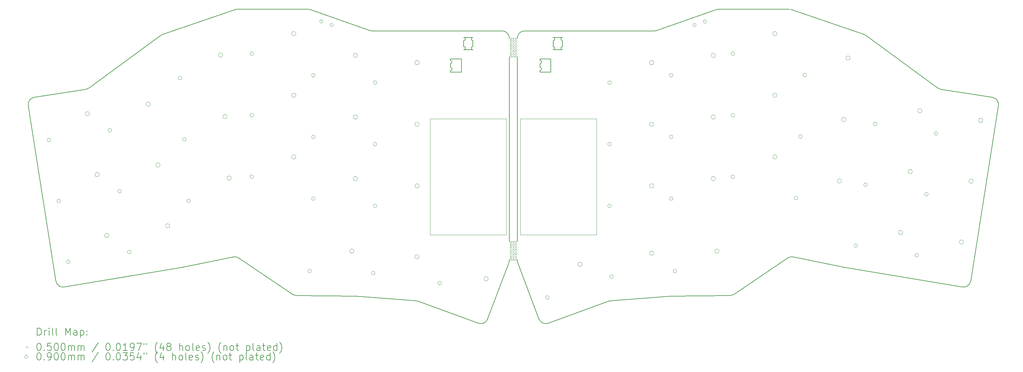
<source format=gbr>
%TF.GenerationSoftware,KiCad,Pcbnew,8.0.6*%
%TF.CreationDate,2025-07-27T16:03:55+02:00*%
%TF.ProjectId,combined,636f6d62-696e-4656-942e-6b696361645f,v1.0.0*%
%TF.SameCoordinates,Original*%
%TF.FileFunction,Drillmap*%
%TF.FilePolarity,Positive*%
%FSLAX45Y45*%
G04 Gerber Fmt 4.5, Leading zero omitted, Abs format (unit mm)*
G04 Created by KiCad (PCBNEW 8.0.6) date 2025-07-27 16:03:55*
%MOMM*%
%LPD*%
G01*
G04 APERTURE LIST*
%ADD10C,0.150000*%
%ADD11C,0.050000*%
%ADD12C,0.100000*%
%ADD13C,0.200000*%
G04 APERTURE END LIST*
D10*
X12187997Y-3905199D02*
X14189261Y-3221174D01*
X12134246Y-3933289D02*
G75*
G02*
X12187997Y-3905199I118494J-161271D01*
G01*
X10163063Y-5381898D02*
G75*
G02*
X10075913Y-5418276I-118463J161218D01*
G01*
X17954969Y-3810425D02*
X21544792Y-3810425D01*
X14138683Y-10046944D02*
G75*
G02*
X14290063Y-10077239I39487J-196046D01*
G01*
X27456744Y-3221908D02*
X25821356Y-3799104D01*
X10163063Y-5381898D02*
X12134246Y-3933289D01*
X33633847Y-5418356D02*
G75*
G02*
X33546699Y-5381978I31253J197446D01*
G01*
D11*
X21745000Y-4527500D02*
X21965000Y-4527500D01*
D10*
X16186451Y-3210425D02*
G75*
G02*
X16253015Y-3221828I-12J-200055D01*
G01*
X24537590Y-11256029D02*
X26187122Y-11126116D01*
X9473032Y-10877912D02*
G75*
G02*
X9242358Y-10711963I-33132J197242D01*
G01*
D11*
X21744792Y-4010342D02*
X21964968Y-4010425D01*
D10*
X21975251Y-10197696D02*
G75*
G02*
X21962457Y-10127236I187060J70356D01*
G01*
D11*
X24150590Y-6233177D02*
X24150589Y-9433177D01*
X22050590Y-9433177D01*
X22050589Y-6233177D01*
X24150590Y-6233177D01*
D10*
X21544792Y-3810425D02*
G75*
G02*
X21744795Y-4010342I8J-199995D01*
G01*
X21148326Y-11756875D02*
G75*
G02*
X20892714Y-11874434I-187206J70375D01*
G01*
X19172169Y-11255946D02*
G75*
G02*
X19224871Y-11267390I-15719J-199474D01*
G01*
X16253016Y-3221827D02*
X17888405Y-3799022D01*
X17954969Y-3810425D02*
G75*
G02*
X17888405Y-3799021I-9J199925D01*
G01*
X31521762Y-3905280D02*
G75*
G02*
X31575513Y-3933370I-64742J-189360D01*
G01*
X27938957Y-11076819D02*
G75*
G02*
X27828840Y-11111042I-111908J165809D01*
G01*
D11*
X21747302Y-10127154D02*
X21962459Y-10127236D01*
D10*
X29571077Y-10047026D02*
X30978688Y-10330508D01*
X34467402Y-10712043D02*
X35233636Y-5874232D01*
X26201048Y-11125507D02*
X27828840Y-11111041D01*
X21965000Y-4527500D02*
X21965000Y-9615001D01*
X22164969Y-3810506D02*
X25754792Y-3810507D01*
X29455814Y-3210507D02*
X27523308Y-3210508D01*
X12724724Y-10331598D02*
X9473032Y-10877912D01*
X22817046Y-11874517D02*
G75*
G02*
X22561438Y-11756956I-68406J187927D01*
G01*
X8642375Y-5645325D02*
X10075913Y-5418276D01*
X19172169Y-11255946D02*
X17522639Y-11126034D01*
X21734509Y-10197614D02*
X21148326Y-11756875D01*
X8476123Y-5874150D02*
G75*
G02*
X8642375Y-5645326I197547J31280D01*
G01*
X27938957Y-11076819D02*
X29419697Y-10077320D01*
X30985036Y-10331680D02*
X34236727Y-10877993D01*
X12731072Y-10330426D02*
G75*
G02*
X12724724Y-10331598I-39792J197606D01*
G01*
X24484889Y-11267472D02*
G75*
G02*
X24537590Y-11256029I68371J-187808D01*
G01*
X27456744Y-3221908D02*
G75*
G02*
X27523308Y-3210509I66556J-188592D01*
G01*
X17508713Y-11125424D02*
G75*
G02*
X17522639Y-11126034I-1733J-198766D01*
G01*
X14189261Y-3221174D02*
G75*
G02*
X14253946Y-3210425I64679J-189226D01*
G01*
X14253946Y-3210425D02*
X16186451Y-3210425D01*
X25821356Y-3799104D02*
G75*
G02*
X25754792Y-3810505I-66566J188634D01*
G01*
X21747302Y-10127154D02*
G75*
G02*
X21734511Y-10197615I-200102J-66D01*
G01*
X35067385Y-5645407D02*
G75*
G02*
X35233632Y-5874231I-31285J-197533D01*
G01*
D11*
X29455815Y-3210507D02*
G75*
G02*
X29520253Y-3221840I7655J-145333D01*
G01*
D10*
X30985036Y-10331680D02*
G75*
G02*
X30978688Y-10330508I33014J196520D01*
G01*
X34467402Y-10712043D02*
G75*
G02*
X34236727Y-10877997I-197532J31273D01*
G01*
D11*
X21745000Y-9615000D02*
X21965000Y-9615001D01*
D10*
X22817046Y-11874517D02*
X24484889Y-11267473D01*
X20892714Y-11874436D02*
X19224871Y-11267390D01*
X21964968Y-4010425D02*
G75*
G02*
X22164969Y-3810498I199972J-45D01*
G01*
X31521762Y-3905280D02*
X29520500Y-3221256D01*
X29419697Y-10077320D02*
G75*
G02*
X29571076Y-10047026I111893J-165760D01*
G01*
X21745000Y-4527500D02*
X21745000Y-9615000D01*
X9242358Y-10711963D02*
X8476123Y-5874150D01*
X15880920Y-11110960D02*
G75*
G02*
X15770802Y-11076739I1790J200040D01*
G01*
D11*
X21660014Y-6232669D02*
X21660014Y-9432669D01*
X19560014Y-9432669D01*
X19560014Y-6232669D01*
X21660014Y-6232669D01*
D10*
X15770803Y-11076738D02*
X14290063Y-10077239D01*
X35067385Y-5645407D02*
X33633847Y-5418356D01*
X14138683Y-10046944D02*
X12731072Y-10330426D01*
X26187122Y-11126116D02*
G75*
G02*
X26201048Y-11125507I15698J-199394D01*
G01*
X33546698Y-5381980D02*
X31575512Y-3933370D01*
X21975251Y-10197696D02*
X22561435Y-11756957D01*
X17508713Y-11125424D02*
X15880920Y-11110960D01*
D12*
X31617735Y-8052578D02*
G75*
G02*
X31517735Y-8052578I-50000J0D01*
G01*
X31517735Y-8052578D02*
G75*
G02*
X31617735Y-8052578I50000J0D01*
G01*
X32859493Y-7690813D02*
G75*
G02*
X32739493Y-7690813I-60000J0D01*
G01*
X32739493Y-7690813D02*
G75*
G02*
X32859493Y-7690813I60000J0D01*
G01*
X33030866Y-9997586D02*
G75*
G02*
X32930867Y-9997586I-50000J0D01*
G01*
X32930867Y-9997586D02*
G75*
G02*
X33030866Y-9997586I50000J0D01*
G01*
X34272624Y-9635821D02*
G75*
G02*
X34152624Y-9635821I-60000J0D01*
G01*
X34152624Y-9635821D02*
G75*
G02*
X34272624Y-9635821I60000J0D01*
G01*
X22844883Y-11164265D02*
G75*
G02*
X22744883Y-11164265I-50000J0D01*
G01*
X22744883Y-11164265D02*
G75*
G02*
X22844883Y-11164265I50000J0D01*
G01*
X23756815Y-10250691D02*
G75*
G02*
X23636816Y-10250691I-60000J0D01*
G01*
X23636816Y-10250691D02*
G75*
G02*
X23756815Y-10250691I60000J0D01*
G01*
X9367236Y-8499898D02*
G75*
G02*
X9267236Y-8499898I-50000J0D01*
G01*
X9267236Y-8499898D02*
G75*
G02*
X9367236Y-8499898I50000J0D01*
G01*
X10436916Y-7775205D02*
G75*
G02*
X10316916Y-7775205I-60000J0D01*
G01*
X10316916Y-7775205D02*
G75*
G02*
X10436916Y-7775205I60000J0D01*
G01*
X27959050Y-7835507D02*
G75*
G02*
X27859051Y-7835507I-50000J0D01*
G01*
X27859051Y-7835507D02*
G75*
G02*
X27959050Y-7835507I50000J0D01*
G01*
X29129050Y-7285506D02*
G75*
G02*
X29009049Y-7285506I-60001J0D01*
G01*
X29009049Y-7285506D02*
G75*
G02*
X29129050Y-7285506I60001J0D01*
G01*
X16390710Y-6735425D02*
G75*
G02*
X16290711Y-6735425I-50000J0D01*
G01*
X16290711Y-6735425D02*
G75*
G02*
X16390710Y-6735425I50000J0D01*
G01*
X17560710Y-6185425D02*
G75*
G02*
X17440709Y-6185425I-60001J0D01*
G01*
X17440709Y-6185425D02*
G75*
G02*
X17560710Y-6185425I60001J0D01*
G01*
X31883673Y-6373507D02*
G75*
G02*
X31783673Y-6373507I-50000J0D01*
G01*
X31783673Y-6373507D02*
G75*
G02*
X31883673Y-6373507I50000J0D01*
G01*
X33125430Y-6011742D02*
G75*
G02*
X33005430Y-6011742I-60000J0D01*
G01*
X33005430Y-6011742D02*
G75*
G02*
X33125430Y-6011742I60000J0D01*
G01*
X16290710Y-10435425D02*
G75*
G02*
X16190711Y-10435425I-50000J0D01*
G01*
X16190711Y-10435425D02*
G75*
G02*
X16290710Y-10435425I50000J0D01*
G01*
X17460711Y-9885424D02*
G75*
G02*
X17340709Y-9885424I-60001J0D01*
G01*
X17340709Y-9885424D02*
G75*
G02*
X17460711Y-9885424I60001J0D01*
G01*
X26259050Y-6735506D02*
G75*
G02*
X26159051Y-6735506I-50000J0D01*
G01*
X26159051Y-6735506D02*
G75*
G02*
X26259050Y-6735506I50000J0D01*
G01*
X27429050Y-6185506D02*
G75*
G02*
X27309049Y-6185506I-60001J0D01*
G01*
X27309049Y-6185506D02*
G75*
G02*
X27429050Y-6185506I60001J0D01*
G01*
X29702016Y-8418722D02*
G75*
G02*
X29602016Y-8418722I-50000J0D01*
G01*
X29602016Y-8418722D02*
G75*
G02*
X29702016Y-8418722I50000J0D01*
G01*
X30907557Y-7950979D02*
G75*
G02*
X30787557Y-7950979I-60000J0D01*
G01*
X30787557Y-7950979D02*
G75*
G02*
X30907557Y-7950979I60000J0D01*
G01*
X14690710Y-7835425D02*
G75*
G02*
X14590711Y-7835425I-50000J0D01*
G01*
X14590711Y-7835425D02*
G75*
G02*
X14690710Y-7835425I50000J0D01*
G01*
X15860710Y-7285425D02*
G75*
G02*
X15740709Y-7285425I-60001J0D01*
G01*
X15740709Y-7285425D02*
G75*
G02*
X15860710Y-7285425I60001J0D01*
G01*
X16390711Y-5035425D02*
G75*
G02*
X16290712Y-5035425I-50000J0D01*
G01*
X16290712Y-5035425D02*
G75*
G02*
X16390711Y-5035425I50000J0D01*
G01*
X17560711Y-4485425D02*
G75*
G02*
X17440710Y-4485425I-60001J0D01*
G01*
X17440710Y-4485425D02*
G75*
G02*
X17560711Y-4485425I60001J0D01*
G01*
X18090710Y-5235424D02*
G75*
G02*
X17990711Y-5235424I-50000J0D01*
G01*
X17990711Y-5235424D02*
G75*
G02*
X18090710Y-5235424I50000J0D01*
G01*
X19260710Y-4685423D02*
G75*
G02*
X19140709Y-4685423I-60001J0D01*
G01*
X19140709Y-4685423D02*
G75*
G02*
X19260710Y-4685423I60001J0D01*
G01*
X19874833Y-10767440D02*
G75*
G02*
X19774832Y-10767440I-50000J0D01*
G01*
X19774832Y-10767440D02*
G75*
G02*
X19874833Y-10767440I50000J0D01*
G01*
X21162987Y-10647352D02*
G75*
G02*
X21042987Y-10647352I-60000J0D01*
G01*
X21042987Y-10647352D02*
G75*
G02*
X21162987Y-10647352I60000J0D01*
G01*
X33296804Y-8318515D02*
G75*
G02*
X33196805Y-8318515I-50000J0D01*
G01*
X33196805Y-8318515D02*
G75*
G02*
X33296804Y-8318515I50000J0D01*
G01*
X34538562Y-7956751D02*
G75*
G02*
X34418562Y-7956751I-60000J0D01*
G01*
X34418562Y-7956751D02*
G75*
G02*
X34538562Y-7956751I60000J0D01*
G01*
X33562743Y-6639446D02*
G75*
G02*
X33462743Y-6639446I-50000J0D01*
G01*
X33462743Y-6639446D02*
G75*
G02*
X33562743Y-6639446I50000J0D01*
G01*
X34804501Y-6277681D02*
G75*
G02*
X34684501Y-6277681I-60000J0D01*
G01*
X34684501Y-6277681D02*
G75*
G02*
X34804501Y-6277681I60000J0D01*
G01*
X12831983Y-6803699D02*
G75*
G02*
X12731983Y-6803699I-50000J0D01*
G01*
X12731983Y-6803699D02*
G75*
G02*
X12831983Y-6803699I50000J0D01*
G01*
X13960791Y-6174121D02*
G75*
G02*
X13840791Y-6174121I-60000J0D01*
G01*
X13840791Y-6174121D02*
G75*
G02*
X13960791Y-6174121I60000J0D01*
G01*
X9633175Y-10178968D02*
G75*
G02*
X9533175Y-10178968I-50000J0D01*
G01*
X9533175Y-10178968D02*
G75*
G02*
X9633175Y-10178968I50000J0D01*
G01*
X10702855Y-9454276D02*
G75*
G02*
X10582856Y-9454276I-60000J0D01*
G01*
X10582856Y-9454276D02*
G75*
G02*
X10702855Y-9454276I60000J0D01*
G01*
X31351797Y-9731648D02*
G75*
G02*
X31251797Y-9731648I-50000J0D01*
G01*
X31251797Y-9731648D02*
G75*
G02*
X31351797Y-9731648I50000J0D01*
G01*
X32593554Y-9369883D02*
G75*
G02*
X32473554Y-9369883I-60000J0D01*
G01*
X32473554Y-9369883D02*
G75*
G02*
X32593554Y-9369883I60000J0D01*
G01*
X27959051Y-6135507D02*
G75*
G02*
X27859052Y-6135507I-50000J0D01*
G01*
X27859052Y-6135507D02*
G75*
G02*
X27959051Y-6135507I50000J0D01*
G01*
X29129051Y-5585507D02*
G75*
G02*
X29009050Y-5585507I-60001J0D01*
G01*
X29009050Y-5585507D02*
G75*
G02*
X29129051Y-5585507I60001J0D01*
G01*
X26359050Y-10435507D02*
G75*
G02*
X26259051Y-10435507I-50000J0D01*
G01*
X26259051Y-10435507D02*
G75*
G02*
X26359050Y-10435507I50000J0D01*
G01*
X27529050Y-9885507D02*
G75*
G02*
X27409049Y-9885507I-60001J0D01*
G01*
X27409049Y-9885507D02*
G75*
G02*
X27529050Y-9885507I60001J0D01*
G01*
X24559050Y-5235507D02*
G75*
G02*
X24459050Y-5235507I-50000J0D01*
G01*
X24459050Y-5235507D02*
G75*
G02*
X24559050Y-5235507I50000J0D01*
G01*
X25729050Y-4685506D02*
G75*
G02*
X25609049Y-4685506I-60001J0D01*
G01*
X25609049Y-4685506D02*
G75*
G02*
X25729050Y-4685506I60001J0D01*
G01*
X12950568Y-8499557D02*
G75*
G02*
X12850569Y-8499557I-50000J0D01*
G01*
X12850569Y-8499557D02*
G75*
G02*
X12950568Y-8499557I50000J0D01*
G01*
X14079376Y-7869979D02*
G75*
G02*
X13959376Y-7869979I-60000J0D01*
G01*
X13959376Y-7869979D02*
G75*
G02*
X14079376Y-7869979I60000J0D01*
G01*
X18090711Y-6935425D02*
G75*
G02*
X17990711Y-6935425I-50000J0D01*
G01*
X17990711Y-6935425D02*
G75*
G02*
X18090711Y-6935425I50000J0D01*
G01*
X19260711Y-6385425D02*
G75*
G02*
X19140710Y-6385425I-60001J0D01*
G01*
X19140710Y-6385425D02*
G75*
G02*
X19260711Y-6385425I60001J0D01*
G01*
X14690710Y-6135424D02*
G75*
G02*
X14590711Y-6135424I-50000J0D01*
G01*
X14590711Y-6135424D02*
G75*
G02*
X14690710Y-6135424I50000J0D01*
G01*
X15860710Y-5585424D02*
G75*
G02*
X15740709Y-5585424I-60001J0D01*
G01*
X15740709Y-5585424D02*
G75*
G02*
X15860710Y-5585424I60001J0D01*
G01*
X11312245Y-9913030D02*
G75*
G02*
X11212245Y-9913030I-50000J0D01*
G01*
X11212245Y-9913030D02*
G75*
G02*
X11312245Y-9913030I50000J0D01*
G01*
X12381925Y-9188337D02*
G75*
G02*
X12261926Y-9188337I-60000J0D01*
G01*
X12261926Y-9188337D02*
G75*
G02*
X12381925Y-9188337I60000J0D01*
G01*
D10*
X20120710Y-4950425D02*
X20120710Y-4904076D01*
X20120710Y-4623575D02*
X20120710Y-4580425D01*
X20120710Y-4814075D02*
X20120710Y-4713576D01*
X20120710Y-4580425D02*
X20420711Y-4580425D01*
X20420710Y-4950425D02*
X20120710Y-4950425D01*
X20420711Y-4580425D02*
X20420710Y-4950425D01*
X20488210Y-3988575D02*
X20742210Y-3988576D01*
X20488210Y-4242575D02*
X20488210Y-4078575D01*
X20742210Y-4332575D02*
X20488210Y-4332575D01*
X20742210Y-4078576D02*
X20742210Y-4242575D01*
X20120710Y-4623575D02*
G75*
G02*
X20120710Y-4713576I-1J-45000D01*
G01*
X20120710Y-4814075D02*
G75*
G02*
X20120710Y-4904076I-3J-45000D01*
G01*
X20488210Y-3988575D02*
G75*
G02*
X20488210Y-4078575I0J-45000D01*
G01*
X20488210Y-4242575D02*
G75*
G02*
X20488210Y-4332575I0J-45000D01*
G01*
X20742210Y-4332575D02*
G75*
G02*
X20742210Y-4242575I0J45000D01*
G01*
X20742210Y-4078576D02*
G75*
G02*
X20742210Y-3988576I0J45000D01*
G01*
D12*
X29939189Y-5027005D02*
G75*
G02*
X29839189Y-5027005I-50000J0D01*
G01*
X29839189Y-5027005D02*
G75*
G02*
X29939189Y-5027005I50000J0D01*
G01*
X31144729Y-4559262D02*
G75*
G02*
X31024729Y-4559262I-60000J0D01*
G01*
X31024729Y-4559262D02*
G75*
G02*
X31144729Y-4559262I60000J0D01*
G01*
X24559050Y-8635506D02*
G75*
G02*
X24459051Y-8635506I-50000J0D01*
G01*
X24459051Y-8635506D02*
G75*
G02*
X24559050Y-8635506I50000J0D01*
G01*
X25729050Y-8085506D02*
G75*
G02*
X25609049Y-8085506I-60001J0D01*
G01*
X25609049Y-8085506D02*
G75*
G02*
X25729050Y-8085506I60001J0D01*
G01*
X16390710Y-8435425D02*
G75*
G02*
X16290710Y-8435425I-50000J0D01*
G01*
X16290710Y-8435425D02*
G75*
G02*
X16390710Y-8435425I50000J0D01*
G01*
X17560710Y-7885424D02*
G75*
G02*
X17440709Y-7885424I-60001J0D01*
G01*
X17440709Y-7885424D02*
G75*
G02*
X17560710Y-7885424I60001J0D01*
G01*
X18042918Y-10489660D02*
G75*
G02*
X17942918Y-10489660I-50000J0D01*
G01*
X17942918Y-10489660D02*
G75*
G02*
X18042918Y-10489660I50000J0D01*
G01*
X19256439Y-10042853D02*
G75*
G02*
X19136440Y-10042853I-60000J0D01*
G01*
X19136440Y-10042853D02*
G75*
G02*
X19256439Y-10042853I60000J0D01*
G01*
X14690710Y-4435426D02*
G75*
G02*
X14590711Y-4435426I-50000J0D01*
G01*
X14590711Y-4435426D02*
G75*
G02*
X14690710Y-4435426I50000J0D01*
G01*
X15860710Y-3885425D02*
G75*
G02*
X15740709Y-3885425I-60001J0D01*
G01*
X15740709Y-3885425D02*
G75*
G02*
X15860710Y-3885425I60001J0D01*
G01*
X29820603Y-6722863D02*
G75*
G02*
X29720603Y-6722863I-50000J0D01*
G01*
X29720603Y-6722863D02*
G75*
G02*
X29820603Y-6722863I50000J0D01*
G01*
X31026143Y-6255120D02*
G75*
G02*
X30906144Y-6255120I-60000J0D01*
G01*
X30906144Y-6255120D02*
G75*
G02*
X31026143Y-6255120I60000J0D01*
G01*
X12713397Y-5107840D02*
G75*
G02*
X12613397Y-5107840I-50000J0D01*
G01*
X12613397Y-5107840D02*
G75*
G02*
X12713397Y-5107840I50000J0D01*
G01*
X13842205Y-4478262D02*
G75*
G02*
X13722205Y-4478262I-60000J0D01*
G01*
X13722205Y-4478262D02*
G75*
G02*
X13842205Y-4478262I60000J0D01*
G01*
X10780367Y-6554889D02*
G75*
G02*
X10680367Y-6554889I-50000J0D01*
G01*
X10680367Y-6554889D02*
G75*
G02*
X10780367Y-6554889I50000J0D01*
G01*
X11850047Y-5830196D02*
G75*
G02*
X11730048Y-5830196I-60000J0D01*
G01*
X11730048Y-5830196D02*
G75*
G02*
X11850047Y-5830196I60000J0D01*
G01*
X9101298Y-6820827D02*
G75*
G02*
X9001298Y-6820827I-50000J0D01*
G01*
X9001298Y-6820827D02*
G75*
G02*
X9101298Y-6820827I50000J0D01*
G01*
X10170978Y-6096135D02*
G75*
G02*
X10050979Y-6096135I-60000J0D01*
G01*
X10050979Y-6096135D02*
G75*
G02*
X10170978Y-6096135I60000J0D01*
G01*
D10*
X22589049Y-4580506D02*
X22889050Y-4580506D01*
X22589049Y-4623657D02*
X22589049Y-4580506D01*
X22589050Y-4950506D02*
X22589049Y-4904157D01*
X22589050Y-4814157D02*
X22589050Y-4713657D01*
X22889050Y-4580506D02*
X22889050Y-4950506D01*
X22889050Y-4950506D02*
X22589050Y-4950506D01*
X22956550Y-3988656D02*
X23210550Y-3988657D01*
X22956550Y-4242656D02*
X22956550Y-4078656D01*
X23210549Y-4332656D02*
X22956549Y-4332656D01*
X23210550Y-4078657D02*
X23210549Y-4242657D01*
X22589049Y-4623657D02*
G75*
G02*
X22589050Y-4713657I0J-45000D01*
G01*
X22589050Y-4814157D02*
G75*
G02*
X22589049Y-4904157I-4J-45000D01*
G01*
X22956550Y-3988656D02*
G75*
G02*
X22956550Y-4078656I-1J-45000D01*
G01*
X22956550Y-4242656D02*
G75*
G02*
X22956549Y-4332656I-1J-45000D01*
G01*
X23210549Y-4332656D02*
G75*
G02*
X23210549Y-4242657I1J45000D01*
G01*
X23210550Y-4078657D02*
G75*
G02*
X23210550Y-3988657I1J45000D01*
G01*
D12*
X27959050Y-4435507D02*
G75*
G02*
X27859051Y-4435507I-50000J0D01*
G01*
X27859051Y-4435507D02*
G75*
G02*
X27959050Y-4435507I50000J0D01*
G01*
X29129050Y-3885507D02*
G75*
G02*
X29009049Y-3885507I-60001J0D01*
G01*
X29009049Y-3885507D02*
G75*
G02*
X29129050Y-3885507I60001J0D01*
G01*
X26259050Y-5035507D02*
G75*
G02*
X26159051Y-5035507I-50000J0D01*
G01*
X26159051Y-5035507D02*
G75*
G02*
X26259050Y-5035507I50000J0D01*
G01*
X27429051Y-4485506D02*
G75*
G02*
X27309049Y-4485506I-60001J0D01*
G01*
X27309049Y-4485506D02*
G75*
G02*
X27429051Y-4485506I60001J0D01*
G01*
X24559050Y-6935507D02*
G75*
G02*
X24459051Y-6935507I-50000J0D01*
G01*
X24459051Y-6935507D02*
G75*
G02*
X24559050Y-6935507I50000J0D01*
G01*
X25729051Y-6385507D02*
G75*
G02*
X25609049Y-6385507I-60001J0D01*
G01*
X25609049Y-6385507D02*
G75*
G02*
X25729051Y-6385507I60001J0D01*
G01*
X26259050Y-8435506D02*
G75*
G02*
X26159051Y-8435506I-50000J0D01*
G01*
X26159051Y-8435506D02*
G75*
G02*
X26259050Y-8435506I50000J0D01*
G01*
X27429050Y-7885506D02*
G75*
G02*
X27309049Y-7885506I-60001J0D01*
G01*
X27309049Y-7885506D02*
G75*
G02*
X27429050Y-7885506I60001J0D01*
G01*
X11046306Y-8233959D02*
G75*
G02*
X10946306Y-8233959I-50000J0D01*
G01*
X10946306Y-8233959D02*
G75*
G02*
X11046306Y-8233959I50000J0D01*
G01*
X12115986Y-7509266D02*
G75*
G02*
X11995986Y-7509266I-60000J0D01*
G01*
X11995986Y-7509266D02*
G75*
G02*
X12115986Y-7509266I60000J0D01*
G01*
X18090710Y-8635425D02*
G75*
G02*
X17990711Y-8635425I-50000J0D01*
G01*
X17990711Y-8635425D02*
G75*
G02*
X18090710Y-8635425I50000J0D01*
G01*
X19260710Y-8085424D02*
G75*
G02*
X19140709Y-8085424I-60001J0D01*
G01*
X19140709Y-8085424D02*
G75*
G02*
X19260710Y-8085424I60001J0D01*
G01*
X24611256Y-10590843D02*
G75*
G02*
X24511256Y-10590843I-50000J0D01*
G01*
X24511256Y-10590843D02*
G75*
G02*
X24611256Y-10590843I50000J0D01*
G01*
X25728906Y-9941835D02*
G75*
G02*
X25608907Y-9941835I-60000J0D01*
G01*
X25608907Y-9941835D02*
G75*
G02*
X25728906Y-9941835I60000J0D01*
G01*
D13*
D12*
X21758968Y-4085425D02*
X21808968Y-4135425D01*
X21808968Y-4085425D02*
X21758968Y-4135425D01*
X21758968Y-10065425D02*
X21808968Y-10115425D01*
X21808968Y-10065425D02*
X21758968Y-10115425D01*
X21758968Y-4025425D02*
X21808968Y-4075425D01*
X21808968Y-4025425D02*
X21758968Y-4075425D01*
X21758968Y-10005425D02*
X21808968Y-10055425D01*
X21808968Y-10005425D02*
X21758968Y-10055425D01*
X21758999Y-4335001D02*
X21808999Y-4385001D01*
X21808999Y-4335001D02*
X21758999Y-4385001D01*
X21759000Y-4457500D02*
X21809000Y-4507500D01*
X21809000Y-4457500D02*
X21759000Y-4507500D01*
X21759000Y-4397500D02*
X21809000Y-4447500D01*
X21809000Y-4397500D02*
X21759000Y-4447500D01*
X21759000Y-9690000D02*
X21809000Y-9740000D01*
X21809000Y-9690000D02*
X21759000Y-9740000D01*
X21759000Y-9940001D02*
X21809000Y-9990001D01*
X21809000Y-9940001D02*
X21759000Y-9990001D01*
X21759000Y-4275000D02*
X21809000Y-4325000D01*
X21809000Y-4275000D02*
X21759000Y-4325000D01*
X21759000Y-9812500D02*
X21809000Y-9862500D01*
X21809000Y-9812500D02*
X21759000Y-9862500D01*
X21759000Y-9630001D02*
X21809000Y-9680001D01*
X21809000Y-9630001D02*
X21759000Y-9680001D01*
X21759000Y-4210000D02*
X21809000Y-4260000D01*
X21809000Y-4210000D02*
X21759000Y-4260000D01*
X21759000Y-9752500D02*
X21809000Y-9802500D01*
X21809000Y-9752500D02*
X21759000Y-9802500D01*
X21759000Y-4150000D02*
X21809000Y-4200000D01*
X21809000Y-4150000D02*
X21759000Y-4200000D01*
X21759001Y-9880000D02*
X21809001Y-9930000D01*
X21809001Y-9880000D02*
X21759001Y-9930000D01*
X21829968Y-4085425D02*
X21879968Y-4135425D01*
X21879968Y-4085425D02*
X21829968Y-4135425D01*
X21829968Y-10065425D02*
X21879968Y-10115425D01*
X21879968Y-10065425D02*
X21829968Y-10115425D01*
X21829968Y-4025425D02*
X21879968Y-4075425D01*
X21879968Y-4025425D02*
X21829968Y-4075425D01*
X21829969Y-10005425D02*
X21879969Y-10055425D01*
X21879969Y-10005425D02*
X21829969Y-10055425D01*
X21830000Y-4335000D02*
X21880000Y-4385000D01*
X21880000Y-4335000D02*
X21830000Y-4385000D01*
X21830000Y-4397500D02*
X21880000Y-4447500D01*
X21880000Y-4397500D02*
X21830000Y-4447500D01*
X21830000Y-4457500D02*
X21880000Y-4507500D01*
X21880000Y-4457500D02*
X21830000Y-4507500D01*
X21830000Y-9630000D02*
X21880000Y-9680000D01*
X21880000Y-9630000D02*
X21830000Y-9680000D01*
X21830000Y-9690000D02*
X21880000Y-9740000D01*
X21880000Y-9690000D02*
X21830000Y-9740000D01*
X21830000Y-9752500D02*
X21880000Y-9802500D01*
X21880000Y-9752500D02*
X21830000Y-9802500D01*
X21830000Y-9812500D02*
X21880000Y-9862500D01*
X21880000Y-9812500D02*
X21830000Y-9862500D01*
X21830000Y-9940001D02*
X21880000Y-9990001D01*
X21880000Y-9940001D02*
X21830000Y-9990001D01*
X21830000Y-4275000D02*
X21880000Y-4325000D01*
X21880000Y-4275000D02*
X21830000Y-4325000D01*
X21830000Y-4150000D02*
X21880000Y-4200000D01*
X21880000Y-4150000D02*
X21830000Y-4200000D01*
X21830000Y-4210000D02*
X21880000Y-4260000D01*
X21880000Y-4210000D02*
X21830000Y-4260000D01*
X21830001Y-9880000D02*
X21880001Y-9930000D01*
X21880001Y-9880000D02*
X21830001Y-9930000D01*
X21899968Y-4085425D02*
X21949968Y-4135425D01*
X21949968Y-4085425D02*
X21899968Y-4135425D01*
X21899968Y-10065425D02*
X21949968Y-10115425D01*
X21949968Y-10065425D02*
X21899968Y-10115425D01*
X21900000Y-4335000D02*
X21950000Y-4385000D01*
X21950000Y-4335000D02*
X21900000Y-4385000D01*
X21900000Y-4457500D02*
X21950000Y-4507500D01*
X21950000Y-4457500D02*
X21900000Y-4507500D01*
X21900000Y-9690000D02*
X21950000Y-9740000D01*
X21950000Y-9690000D02*
X21900000Y-9740000D01*
X21900000Y-9812500D02*
X21950000Y-9862500D01*
X21950000Y-9812500D02*
X21900000Y-9862500D01*
X21900000Y-9940000D02*
X21950000Y-9990000D01*
X21950000Y-9940000D02*
X21900000Y-9990000D01*
X21900000Y-4210000D02*
X21950000Y-4260000D01*
X21950000Y-4210000D02*
X21900000Y-4260000D01*
X21900969Y-4025424D02*
X21950969Y-4075424D01*
X21950969Y-4025424D02*
X21900969Y-4075424D01*
X21900969Y-10005424D02*
X21950969Y-10055424D01*
X21950969Y-10005424D02*
X21900969Y-10055424D01*
X21901000Y-4397500D02*
X21951000Y-4447500D01*
X21951000Y-4397500D02*
X21901000Y-4447500D01*
X21901000Y-9630001D02*
X21951000Y-9680001D01*
X21951000Y-9630001D02*
X21901000Y-9680001D01*
X21901000Y-9752500D02*
X21951000Y-9802500D01*
X21951000Y-9752500D02*
X21901000Y-9802500D01*
X21901000Y-4150000D02*
X21951000Y-4200000D01*
X21951000Y-4150000D02*
X21901000Y-4200000D01*
X21901000Y-4275000D02*
X21951000Y-4325000D01*
X21951000Y-4275000D02*
X21901000Y-4325000D01*
X21901001Y-9880000D02*
X21951001Y-9930000D01*
X21951001Y-9880000D02*
X21901001Y-9930000D01*
X16603999Y-3551471D02*
G75*
G02*
X16513999Y-3551471I-45000J0D01*
G01*
X16513999Y-3551471D02*
G75*
G02*
X16603999Y-3551471I45000J0D01*
G01*
X16887655Y-3649140D02*
G75*
G02*
X16797655Y-3649140I-45000J0D01*
G01*
X16797655Y-3649140D02*
G75*
G02*
X16887655Y-3649140I45000J0D01*
G01*
X26896933Y-3650847D02*
G75*
G02*
X26806933Y-3650847I-45000J0D01*
G01*
X26806933Y-3650847D02*
G75*
G02*
X26896933Y-3650847I45000J0D01*
G01*
X27180590Y-3553177D02*
G75*
G02*
X27090590Y-3553177I-45000J0D01*
G01*
X27090590Y-3553177D02*
G75*
G02*
X27180590Y-3553177I45000J0D01*
G01*
D13*
X8726939Y-12205564D02*
X8726939Y-12005564D01*
X8726939Y-12005564D02*
X8774558Y-12005564D01*
X8774558Y-12005564D02*
X8803129Y-12015088D01*
X8803129Y-12015088D02*
X8822177Y-12034135D01*
X8822177Y-12034135D02*
X8831701Y-12053183D01*
X8831701Y-12053183D02*
X8841225Y-12091278D01*
X8841225Y-12091278D02*
X8841225Y-12119850D01*
X8841225Y-12119850D02*
X8831701Y-12157945D01*
X8831701Y-12157945D02*
X8822177Y-12176992D01*
X8822177Y-12176992D02*
X8803129Y-12196040D01*
X8803129Y-12196040D02*
X8774558Y-12205564D01*
X8774558Y-12205564D02*
X8726939Y-12205564D01*
X8926939Y-12205564D02*
X8926939Y-12072230D01*
X8926939Y-12110326D02*
X8936463Y-12091278D01*
X8936463Y-12091278D02*
X8945987Y-12081754D01*
X8945987Y-12081754D02*
X8965034Y-12072230D01*
X8965034Y-12072230D02*
X8984082Y-12072230D01*
X9050748Y-12205564D02*
X9050748Y-12072230D01*
X9050748Y-12005564D02*
X9041225Y-12015088D01*
X9041225Y-12015088D02*
X9050748Y-12024611D01*
X9050748Y-12024611D02*
X9060272Y-12015088D01*
X9060272Y-12015088D02*
X9050748Y-12005564D01*
X9050748Y-12005564D02*
X9050748Y-12024611D01*
X9174558Y-12205564D02*
X9155510Y-12196040D01*
X9155510Y-12196040D02*
X9145987Y-12176992D01*
X9145987Y-12176992D02*
X9145987Y-12005564D01*
X9279320Y-12205564D02*
X9260272Y-12196040D01*
X9260272Y-12196040D02*
X9250748Y-12176992D01*
X9250748Y-12176992D02*
X9250748Y-12005564D01*
X9507891Y-12205564D02*
X9507891Y-12005564D01*
X9507891Y-12005564D02*
X9574558Y-12148421D01*
X9574558Y-12148421D02*
X9641225Y-12005564D01*
X9641225Y-12005564D02*
X9641225Y-12205564D01*
X9822177Y-12205564D02*
X9822177Y-12100802D01*
X9822177Y-12100802D02*
X9812653Y-12081754D01*
X9812653Y-12081754D02*
X9793606Y-12072230D01*
X9793606Y-12072230D02*
X9755510Y-12072230D01*
X9755510Y-12072230D02*
X9736463Y-12081754D01*
X9822177Y-12196040D02*
X9803129Y-12205564D01*
X9803129Y-12205564D02*
X9755510Y-12205564D01*
X9755510Y-12205564D02*
X9736463Y-12196040D01*
X9736463Y-12196040D02*
X9726939Y-12176992D01*
X9726939Y-12176992D02*
X9726939Y-12157945D01*
X9726939Y-12157945D02*
X9736463Y-12138897D01*
X9736463Y-12138897D02*
X9755510Y-12129373D01*
X9755510Y-12129373D02*
X9803129Y-12129373D01*
X9803129Y-12129373D02*
X9822177Y-12119850D01*
X9917415Y-12072230D02*
X9917415Y-12272230D01*
X9917415Y-12081754D02*
X9936463Y-12072230D01*
X9936463Y-12072230D02*
X9974558Y-12072230D01*
X9974558Y-12072230D02*
X9993606Y-12081754D01*
X9993606Y-12081754D02*
X10003129Y-12091278D01*
X10003129Y-12091278D02*
X10012653Y-12110326D01*
X10012653Y-12110326D02*
X10012653Y-12167469D01*
X10012653Y-12167469D02*
X10003129Y-12186516D01*
X10003129Y-12186516D02*
X9993606Y-12196040D01*
X9993606Y-12196040D02*
X9974558Y-12205564D01*
X9974558Y-12205564D02*
X9936463Y-12205564D01*
X9936463Y-12205564D02*
X9917415Y-12196040D01*
X10098368Y-12186516D02*
X10107891Y-12196040D01*
X10107891Y-12196040D02*
X10098368Y-12205564D01*
X10098368Y-12205564D02*
X10088844Y-12196040D01*
X10088844Y-12196040D02*
X10098368Y-12186516D01*
X10098368Y-12186516D02*
X10098368Y-12205564D01*
X10098368Y-12081754D02*
X10107891Y-12091278D01*
X10107891Y-12091278D02*
X10098368Y-12100802D01*
X10098368Y-12100802D02*
X10088844Y-12091278D01*
X10088844Y-12091278D02*
X10098368Y-12081754D01*
X10098368Y-12081754D02*
X10098368Y-12100802D01*
D12*
X8416162Y-12509080D02*
X8466162Y-12559080D01*
X8466162Y-12509080D02*
X8416162Y-12559080D01*
D13*
X8765034Y-12425564D02*
X8784082Y-12425564D01*
X8784082Y-12425564D02*
X8803129Y-12435088D01*
X8803129Y-12435088D02*
X8812653Y-12444611D01*
X8812653Y-12444611D02*
X8822177Y-12463659D01*
X8822177Y-12463659D02*
X8831701Y-12501754D01*
X8831701Y-12501754D02*
X8831701Y-12549373D01*
X8831701Y-12549373D02*
X8822177Y-12587469D01*
X8822177Y-12587469D02*
X8812653Y-12606516D01*
X8812653Y-12606516D02*
X8803129Y-12616040D01*
X8803129Y-12616040D02*
X8784082Y-12625564D01*
X8784082Y-12625564D02*
X8765034Y-12625564D01*
X8765034Y-12625564D02*
X8745987Y-12616040D01*
X8745987Y-12616040D02*
X8736463Y-12606516D01*
X8736463Y-12606516D02*
X8726939Y-12587469D01*
X8726939Y-12587469D02*
X8717415Y-12549373D01*
X8717415Y-12549373D02*
X8717415Y-12501754D01*
X8717415Y-12501754D02*
X8726939Y-12463659D01*
X8726939Y-12463659D02*
X8736463Y-12444611D01*
X8736463Y-12444611D02*
X8745987Y-12435088D01*
X8745987Y-12435088D02*
X8765034Y-12425564D01*
X8917415Y-12606516D02*
X8926939Y-12616040D01*
X8926939Y-12616040D02*
X8917415Y-12625564D01*
X8917415Y-12625564D02*
X8907891Y-12616040D01*
X8907891Y-12616040D02*
X8917415Y-12606516D01*
X8917415Y-12606516D02*
X8917415Y-12625564D01*
X9107891Y-12425564D02*
X9012653Y-12425564D01*
X9012653Y-12425564D02*
X9003129Y-12520802D01*
X9003129Y-12520802D02*
X9012653Y-12511278D01*
X9012653Y-12511278D02*
X9031701Y-12501754D01*
X9031701Y-12501754D02*
X9079320Y-12501754D01*
X9079320Y-12501754D02*
X9098368Y-12511278D01*
X9098368Y-12511278D02*
X9107891Y-12520802D01*
X9107891Y-12520802D02*
X9117415Y-12539850D01*
X9117415Y-12539850D02*
X9117415Y-12587469D01*
X9117415Y-12587469D02*
X9107891Y-12606516D01*
X9107891Y-12606516D02*
X9098368Y-12616040D01*
X9098368Y-12616040D02*
X9079320Y-12625564D01*
X9079320Y-12625564D02*
X9031701Y-12625564D01*
X9031701Y-12625564D02*
X9012653Y-12616040D01*
X9012653Y-12616040D02*
X9003129Y-12606516D01*
X9241225Y-12425564D02*
X9260272Y-12425564D01*
X9260272Y-12425564D02*
X9279320Y-12435088D01*
X9279320Y-12435088D02*
X9288844Y-12444611D01*
X9288844Y-12444611D02*
X9298368Y-12463659D01*
X9298368Y-12463659D02*
X9307891Y-12501754D01*
X9307891Y-12501754D02*
X9307891Y-12549373D01*
X9307891Y-12549373D02*
X9298368Y-12587469D01*
X9298368Y-12587469D02*
X9288844Y-12606516D01*
X9288844Y-12606516D02*
X9279320Y-12616040D01*
X9279320Y-12616040D02*
X9260272Y-12625564D01*
X9260272Y-12625564D02*
X9241225Y-12625564D01*
X9241225Y-12625564D02*
X9222177Y-12616040D01*
X9222177Y-12616040D02*
X9212653Y-12606516D01*
X9212653Y-12606516D02*
X9203129Y-12587469D01*
X9203129Y-12587469D02*
X9193606Y-12549373D01*
X9193606Y-12549373D02*
X9193606Y-12501754D01*
X9193606Y-12501754D02*
X9203129Y-12463659D01*
X9203129Y-12463659D02*
X9212653Y-12444611D01*
X9212653Y-12444611D02*
X9222177Y-12435088D01*
X9222177Y-12435088D02*
X9241225Y-12425564D01*
X9431701Y-12425564D02*
X9450749Y-12425564D01*
X9450749Y-12425564D02*
X9469796Y-12435088D01*
X9469796Y-12435088D02*
X9479320Y-12444611D01*
X9479320Y-12444611D02*
X9488844Y-12463659D01*
X9488844Y-12463659D02*
X9498368Y-12501754D01*
X9498368Y-12501754D02*
X9498368Y-12549373D01*
X9498368Y-12549373D02*
X9488844Y-12587469D01*
X9488844Y-12587469D02*
X9479320Y-12606516D01*
X9479320Y-12606516D02*
X9469796Y-12616040D01*
X9469796Y-12616040D02*
X9450749Y-12625564D01*
X9450749Y-12625564D02*
X9431701Y-12625564D01*
X9431701Y-12625564D02*
X9412653Y-12616040D01*
X9412653Y-12616040D02*
X9403129Y-12606516D01*
X9403129Y-12606516D02*
X9393606Y-12587469D01*
X9393606Y-12587469D02*
X9384082Y-12549373D01*
X9384082Y-12549373D02*
X9384082Y-12501754D01*
X9384082Y-12501754D02*
X9393606Y-12463659D01*
X9393606Y-12463659D02*
X9403129Y-12444611D01*
X9403129Y-12444611D02*
X9412653Y-12435088D01*
X9412653Y-12435088D02*
X9431701Y-12425564D01*
X9584082Y-12625564D02*
X9584082Y-12492230D01*
X9584082Y-12511278D02*
X9593606Y-12501754D01*
X9593606Y-12501754D02*
X9612653Y-12492230D01*
X9612653Y-12492230D02*
X9641225Y-12492230D01*
X9641225Y-12492230D02*
X9660272Y-12501754D01*
X9660272Y-12501754D02*
X9669796Y-12520802D01*
X9669796Y-12520802D02*
X9669796Y-12625564D01*
X9669796Y-12520802D02*
X9679320Y-12501754D01*
X9679320Y-12501754D02*
X9698368Y-12492230D01*
X9698368Y-12492230D02*
X9726939Y-12492230D01*
X9726939Y-12492230D02*
X9745987Y-12501754D01*
X9745987Y-12501754D02*
X9755510Y-12520802D01*
X9755510Y-12520802D02*
X9755510Y-12625564D01*
X9850749Y-12625564D02*
X9850749Y-12492230D01*
X9850749Y-12511278D02*
X9860272Y-12501754D01*
X9860272Y-12501754D02*
X9879320Y-12492230D01*
X9879320Y-12492230D02*
X9907891Y-12492230D01*
X9907891Y-12492230D02*
X9926939Y-12501754D01*
X9926939Y-12501754D02*
X9936463Y-12520802D01*
X9936463Y-12520802D02*
X9936463Y-12625564D01*
X9936463Y-12520802D02*
X9945987Y-12501754D01*
X9945987Y-12501754D02*
X9965034Y-12492230D01*
X9965034Y-12492230D02*
X9993606Y-12492230D01*
X9993606Y-12492230D02*
X10012653Y-12501754D01*
X10012653Y-12501754D02*
X10022177Y-12520802D01*
X10022177Y-12520802D02*
X10022177Y-12625564D01*
X10412653Y-12416040D02*
X10241225Y-12673183D01*
X10669796Y-12425564D02*
X10688844Y-12425564D01*
X10688844Y-12425564D02*
X10707892Y-12435088D01*
X10707892Y-12435088D02*
X10717415Y-12444611D01*
X10717415Y-12444611D02*
X10726939Y-12463659D01*
X10726939Y-12463659D02*
X10736463Y-12501754D01*
X10736463Y-12501754D02*
X10736463Y-12549373D01*
X10736463Y-12549373D02*
X10726939Y-12587469D01*
X10726939Y-12587469D02*
X10717415Y-12606516D01*
X10717415Y-12606516D02*
X10707892Y-12616040D01*
X10707892Y-12616040D02*
X10688844Y-12625564D01*
X10688844Y-12625564D02*
X10669796Y-12625564D01*
X10669796Y-12625564D02*
X10650749Y-12616040D01*
X10650749Y-12616040D02*
X10641225Y-12606516D01*
X10641225Y-12606516D02*
X10631701Y-12587469D01*
X10631701Y-12587469D02*
X10622177Y-12549373D01*
X10622177Y-12549373D02*
X10622177Y-12501754D01*
X10622177Y-12501754D02*
X10631701Y-12463659D01*
X10631701Y-12463659D02*
X10641225Y-12444611D01*
X10641225Y-12444611D02*
X10650749Y-12435088D01*
X10650749Y-12435088D02*
X10669796Y-12425564D01*
X10822177Y-12606516D02*
X10831701Y-12616040D01*
X10831701Y-12616040D02*
X10822177Y-12625564D01*
X10822177Y-12625564D02*
X10812653Y-12616040D01*
X10812653Y-12616040D02*
X10822177Y-12606516D01*
X10822177Y-12606516D02*
X10822177Y-12625564D01*
X10955511Y-12425564D02*
X10974558Y-12425564D01*
X10974558Y-12425564D02*
X10993606Y-12435088D01*
X10993606Y-12435088D02*
X11003130Y-12444611D01*
X11003130Y-12444611D02*
X11012653Y-12463659D01*
X11012653Y-12463659D02*
X11022177Y-12501754D01*
X11022177Y-12501754D02*
X11022177Y-12549373D01*
X11022177Y-12549373D02*
X11012653Y-12587469D01*
X11012653Y-12587469D02*
X11003130Y-12606516D01*
X11003130Y-12606516D02*
X10993606Y-12616040D01*
X10993606Y-12616040D02*
X10974558Y-12625564D01*
X10974558Y-12625564D02*
X10955511Y-12625564D01*
X10955511Y-12625564D02*
X10936463Y-12616040D01*
X10936463Y-12616040D02*
X10926939Y-12606516D01*
X10926939Y-12606516D02*
X10917415Y-12587469D01*
X10917415Y-12587469D02*
X10907892Y-12549373D01*
X10907892Y-12549373D02*
X10907892Y-12501754D01*
X10907892Y-12501754D02*
X10917415Y-12463659D01*
X10917415Y-12463659D02*
X10926939Y-12444611D01*
X10926939Y-12444611D02*
X10936463Y-12435088D01*
X10936463Y-12435088D02*
X10955511Y-12425564D01*
X11212653Y-12625564D02*
X11098368Y-12625564D01*
X11155511Y-12625564D02*
X11155511Y-12425564D01*
X11155511Y-12425564D02*
X11136463Y-12454135D01*
X11136463Y-12454135D02*
X11117415Y-12473183D01*
X11117415Y-12473183D02*
X11098368Y-12482707D01*
X11307891Y-12625564D02*
X11345987Y-12625564D01*
X11345987Y-12625564D02*
X11365034Y-12616040D01*
X11365034Y-12616040D02*
X11374558Y-12606516D01*
X11374558Y-12606516D02*
X11393606Y-12577945D01*
X11393606Y-12577945D02*
X11403130Y-12539850D01*
X11403130Y-12539850D02*
X11403130Y-12463659D01*
X11403130Y-12463659D02*
X11393606Y-12444611D01*
X11393606Y-12444611D02*
X11384082Y-12435088D01*
X11384082Y-12435088D02*
X11365034Y-12425564D01*
X11365034Y-12425564D02*
X11326939Y-12425564D01*
X11326939Y-12425564D02*
X11307891Y-12435088D01*
X11307891Y-12435088D02*
X11298368Y-12444611D01*
X11298368Y-12444611D02*
X11288844Y-12463659D01*
X11288844Y-12463659D02*
X11288844Y-12511278D01*
X11288844Y-12511278D02*
X11298368Y-12530326D01*
X11298368Y-12530326D02*
X11307891Y-12539850D01*
X11307891Y-12539850D02*
X11326939Y-12549373D01*
X11326939Y-12549373D02*
X11365034Y-12549373D01*
X11365034Y-12549373D02*
X11384082Y-12539850D01*
X11384082Y-12539850D02*
X11393606Y-12530326D01*
X11393606Y-12530326D02*
X11403130Y-12511278D01*
X11469796Y-12425564D02*
X11603130Y-12425564D01*
X11603130Y-12425564D02*
X11517415Y-12625564D01*
X11669796Y-12425564D02*
X11669796Y-12463659D01*
X11745987Y-12425564D02*
X11745987Y-12463659D01*
X12041225Y-12701754D02*
X12031701Y-12692230D01*
X12031701Y-12692230D02*
X12012653Y-12663659D01*
X12012653Y-12663659D02*
X12003130Y-12644611D01*
X12003130Y-12644611D02*
X11993606Y-12616040D01*
X11993606Y-12616040D02*
X11984082Y-12568421D01*
X11984082Y-12568421D02*
X11984082Y-12530326D01*
X11984082Y-12530326D02*
X11993606Y-12482707D01*
X11993606Y-12482707D02*
X12003130Y-12454135D01*
X12003130Y-12454135D02*
X12012653Y-12435088D01*
X12012653Y-12435088D02*
X12031701Y-12406516D01*
X12031701Y-12406516D02*
X12041225Y-12396992D01*
X12203130Y-12492230D02*
X12203130Y-12625564D01*
X12155511Y-12416040D02*
X12107892Y-12558897D01*
X12107892Y-12558897D02*
X12231701Y-12558897D01*
X12336463Y-12511278D02*
X12317415Y-12501754D01*
X12317415Y-12501754D02*
X12307892Y-12492230D01*
X12307892Y-12492230D02*
X12298368Y-12473183D01*
X12298368Y-12473183D02*
X12298368Y-12463659D01*
X12298368Y-12463659D02*
X12307892Y-12444611D01*
X12307892Y-12444611D02*
X12317415Y-12435088D01*
X12317415Y-12435088D02*
X12336463Y-12425564D01*
X12336463Y-12425564D02*
X12374558Y-12425564D01*
X12374558Y-12425564D02*
X12393606Y-12435088D01*
X12393606Y-12435088D02*
X12403130Y-12444611D01*
X12403130Y-12444611D02*
X12412653Y-12463659D01*
X12412653Y-12463659D02*
X12412653Y-12473183D01*
X12412653Y-12473183D02*
X12403130Y-12492230D01*
X12403130Y-12492230D02*
X12393606Y-12501754D01*
X12393606Y-12501754D02*
X12374558Y-12511278D01*
X12374558Y-12511278D02*
X12336463Y-12511278D01*
X12336463Y-12511278D02*
X12317415Y-12520802D01*
X12317415Y-12520802D02*
X12307892Y-12530326D01*
X12307892Y-12530326D02*
X12298368Y-12549373D01*
X12298368Y-12549373D02*
X12298368Y-12587469D01*
X12298368Y-12587469D02*
X12307892Y-12606516D01*
X12307892Y-12606516D02*
X12317415Y-12616040D01*
X12317415Y-12616040D02*
X12336463Y-12625564D01*
X12336463Y-12625564D02*
X12374558Y-12625564D01*
X12374558Y-12625564D02*
X12393606Y-12616040D01*
X12393606Y-12616040D02*
X12403130Y-12606516D01*
X12403130Y-12606516D02*
X12412653Y-12587469D01*
X12412653Y-12587469D02*
X12412653Y-12549373D01*
X12412653Y-12549373D02*
X12403130Y-12530326D01*
X12403130Y-12530326D02*
X12393606Y-12520802D01*
X12393606Y-12520802D02*
X12374558Y-12511278D01*
X12650749Y-12625564D02*
X12650749Y-12425564D01*
X12736463Y-12625564D02*
X12736463Y-12520802D01*
X12736463Y-12520802D02*
X12726939Y-12501754D01*
X12726939Y-12501754D02*
X12707892Y-12492230D01*
X12707892Y-12492230D02*
X12679320Y-12492230D01*
X12679320Y-12492230D02*
X12660273Y-12501754D01*
X12660273Y-12501754D02*
X12650749Y-12511278D01*
X12860273Y-12625564D02*
X12841225Y-12616040D01*
X12841225Y-12616040D02*
X12831701Y-12606516D01*
X12831701Y-12606516D02*
X12822177Y-12587469D01*
X12822177Y-12587469D02*
X12822177Y-12530326D01*
X12822177Y-12530326D02*
X12831701Y-12511278D01*
X12831701Y-12511278D02*
X12841225Y-12501754D01*
X12841225Y-12501754D02*
X12860273Y-12492230D01*
X12860273Y-12492230D02*
X12888844Y-12492230D01*
X12888844Y-12492230D02*
X12907892Y-12501754D01*
X12907892Y-12501754D02*
X12917415Y-12511278D01*
X12917415Y-12511278D02*
X12926939Y-12530326D01*
X12926939Y-12530326D02*
X12926939Y-12587469D01*
X12926939Y-12587469D02*
X12917415Y-12606516D01*
X12917415Y-12606516D02*
X12907892Y-12616040D01*
X12907892Y-12616040D02*
X12888844Y-12625564D01*
X12888844Y-12625564D02*
X12860273Y-12625564D01*
X13041225Y-12625564D02*
X13022177Y-12616040D01*
X13022177Y-12616040D02*
X13012654Y-12596992D01*
X13012654Y-12596992D02*
X13012654Y-12425564D01*
X13193606Y-12616040D02*
X13174558Y-12625564D01*
X13174558Y-12625564D02*
X13136463Y-12625564D01*
X13136463Y-12625564D02*
X13117415Y-12616040D01*
X13117415Y-12616040D02*
X13107892Y-12596992D01*
X13107892Y-12596992D02*
X13107892Y-12520802D01*
X13107892Y-12520802D02*
X13117415Y-12501754D01*
X13117415Y-12501754D02*
X13136463Y-12492230D01*
X13136463Y-12492230D02*
X13174558Y-12492230D01*
X13174558Y-12492230D02*
X13193606Y-12501754D01*
X13193606Y-12501754D02*
X13203130Y-12520802D01*
X13203130Y-12520802D02*
X13203130Y-12539850D01*
X13203130Y-12539850D02*
X13107892Y-12558897D01*
X13279320Y-12616040D02*
X13298368Y-12625564D01*
X13298368Y-12625564D02*
X13336463Y-12625564D01*
X13336463Y-12625564D02*
X13355511Y-12616040D01*
X13355511Y-12616040D02*
X13365035Y-12596992D01*
X13365035Y-12596992D02*
X13365035Y-12587469D01*
X13365035Y-12587469D02*
X13355511Y-12568421D01*
X13355511Y-12568421D02*
X13336463Y-12558897D01*
X13336463Y-12558897D02*
X13307892Y-12558897D01*
X13307892Y-12558897D02*
X13288844Y-12549373D01*
X13288844Y-12549373D02*
X13279320Y-12530326D01*
X13279320Y-12530326D02*
X13279320Y-12520802D01*
X13279320Y-12520802D02*
X13288844Y-12501754D01*
X13288844Y-12501754D02*
X13307892Y-12492230D01*
X13307892Y-12492230D02*
X13336463Y-12492230D01*
X13336463Y-12492230D02*
X13355511Y-12501754D01*
X13431701Y-12701754D02*
X13441225Y-12692230D01*
X13441225Y-12692230D02*
X13460273Y-12663659D01*
X13460273Y-12663659D02*
X13469796Y-12644611D01*
X13469796Y-12644611D02*
X13479320Y-12616040D01*
X13479320Y-12616040D02*
X13488844Y-12568421D01*
X13488844Y-12568421D02*
X13488844Y-12530326D01*
X13488844Y-12530326D02*
X13479320Y-12482707D01*
X13479320Y-12482707D02*
X13469796Y-12454135D01*
X13469796Y-12454135D02*
X13460273Y-12435088D01*
X13460273Y-12435088D02*
X13441225Y-12406516D01*
X13441225Y-12406516D02*
X13431701Y-12396992D01*
X13793606Y-12701754D02*
X13784082Y-12692230D01*
X13784082Y-12692230D02*
X13765035Y-12663659D01*
X13765035Y-12663659D02*
X13755511Y-12644611D01*
X13755511Y-12644611D02*
X13745987Y-12616040D01*
X13745987Y-12616040D02*
X13736463Y-12568421D01*
X13736463Y-12568421D02*
X13736463Y-12530326D01*
X13736463Y-12530326D02*
X13745987Y-12482707D01*
X13745987Y-12482707D02*
X13755511Y-12454135D01*
X13755511Y-12454135D02*
X13765035Y-12435088D01*
X13765035Y-12435088D02*
X13784082Y-12406516D01*
X13784082Y-12406516D02*
X13793606Y-12396992D01*
X13869796Y-12492230D02*
X13869796Y-12625564D01*
X13869796Y-12511278D02*
X13879320Y-12501754D01*
X13879320Y-12501754D02*
X13898368Y-12492230D01*
X13898368Y-12492230D02*
X13926939Y-12492230D01*
X13926939Y-12492230D02*
X13945987Y-12501754D01*
X13945987Y-12501754D02*
X13955511Y-12520802D01*
X13955511Y-12520802D02*
X13955511Y-12625564D01*
X14079320Y-12625564D02*
X14060273Y-12616040D01*
X14060273Y-12616040D02*
X14050749Y-12606516D01*
X14050749Y-12606516D02*
X14041225Y-12587469D01*
X14041225Y-12587469D02*
X14041225Y-12530326D01*
X14041225Y-12530326D02*
X14050749Y-12511278D01*
X14050749Y-12511278D02*
X14060273Y-12501754D01*
X14060273Y-12501754D02*
X14079320Y-12492230D01*
X14079320Y-12492230D02*
X14107892Y-12492230D01*
X14107892Y-12492230D02*
X14126939Y-12501754D01*
X14126939Y-12501754D02*
X14136463Y-12511278D01*
X14136463Y-12511278D02*
X14145987Y-12530326D01*
X14145987Y-12530326D02*
X14145987Y-12587469D01*
X14145987Y-12587469D02*
X14136463Y-12606516D01*
X14136463Y-12606516D02*
X14126939Y-12616040D01*
X14126939Y-12616040D02*
X14107892Y-12625564D01*
X14107892Y-12625564D02*
X14079320Y-12625564D01*
X14203130Y-12492230D02*
X14279320Y-12492230D01*
X14231701Y-12425564D02*
X14231701Y-12596992D01*
X14231701Y-12596992D02*
X14241225Y-12616040D01*
X14241225Y-12616040D02*
X14260273Y-12625564D01*
X14260273Y-12625564D02*
X14279320Y-12625564D01*
X14498368Y-12492230D02*
X14498368Y-12692230D01*
X14498368Y-12501754D02*
X14517416Y-12492230D01*
X14517416Y-12492230D02*
X14555511Y-12492230D01*
X14555511Y-12492230D02*
X14574558Y-12501754D01*
X14574558Y-12501754D02*
X14584082Y-12511278D01*
X14584082Y-12511278D02*
X14593606Y-12530326D01*
X14593606Y-12530326D02*
X14593606Y-12587469D01*
X14593606Y-12587469D02*
X14584082Y-12606516D01*
X14584082Y-12606516D02*
X14574558Y-12616040D01*
X14574558Y-12616040D02*
X14555511Y-12625564D01*
X14555511Y-12625564D02*
X14517416Y-12625564D01*
X14517416Y-12625564D02*
X14498368Y-12616040D01*
X14707892Y-12625564D02*
X14688844Y-12616040D01*
X14688844Y-12616040D02*
X14679320Y-12596992D01*
X14679320Y-12596992D02*
X14679320Y-12425564D01*
X14869797Y-12625564D02*
X14869797Y-12520802D01*
X14869797Y-12520802D02*
X14860273Y-12501754D01*
X14860273Y-12501754D02*
X14841225Y-12492230D01*
X14841225Y-12492230D02*
X14803130Y-12492230D01*
X14803130Y-12492230D02*
X14784082Y-12501754D01*
X14869797Y-12616040D02*
X14850749Y-12625564D01*
X14850749Y-12625564D02*
X14803130Y-12625564D01*
X14803130Y-12625564D02*
X14784082Y-12616040D01*
X14784082Y-12616040D02*
X14774558Y-12596992D01*
X14774558Y-12596992D02*
X14774558Y-12577945D01*
X14774558Y-12577945D02*
X14784082Y-12558897D01*
X14784082Y-12558897D02*
X14803130Y-12549373D01*
X14803130Y-12549373D02*
X14850749Y-12549373D01*
X14850749Y-12549373D02*
X14869797Y-12539850D01*
X14936463Y-12492230D02*
X15012654Y-12492230D01*
X14965035Y-12425564D02*
X14965035Y-12596992D01*
X14965035Y-12596992D02*
X14974558Y-12616040D01*
X14974558Y-12616040D02*
X14993606Y-12625564D01*
X14993606Y-12625564D02*
X15012654Y-12625564D01*
X15155511Y-12616040D02*
X15136463Y-12625564D01*
X15136463Y-12625564D02*
X15098368Y-12625564D01*
X15098368Y-12625564D02*
X15079320Y-12616040D01*
X15079320Y-12616040D02*
X15069797Y-12596992D01*
X15069797Y-12596992D02*
X15069797Y-12520802D01*
X15069797Y-12520802D02*
X15079320Y-12501754D01*
X15079320Y-12501754D02*
X15098368Y-12492230D01*
X15098368Y-12492230D02*
X15136463Y-12492230D01*
X15136463Y-12492230D02*
X15155511Y-12501754D01*
X15155511Y-12501754D02*
X15165035Y-12520802D01*
X15165035Y-12520802D02*
X15165035Y-12539850D01*
X15165035Y-12539850D02*
X15069797Y-12558897D01*
X15336463Y-12625564D02*
X15336463Y-12425564D01*
X15336463Y-12616040D02*
X15317416Y-12625564D01*
X15317416Y-12625564D02*
X15279320Y-12625564D01*
X15279320Y-12625564D02*
X15260273Y-12616040D01*
X15260273Y-12616040D02*
X15250749Y-12606516D01*
X15250749Y-12606516D02*
X15241225Y-12587469D01*
X15241225Y-12587469D02*
X15241225Y-12530326D01*
X15241225Y-12530326D02*
X15250749Y-12511278D01*
X15250749Y-12511278D02*
X15260273Y-12501754D01*
X15260273Y-12501754D02*
X15279320Y-12492230D01*
X15279320Y-12492230D02*
X15317416Y-12492230D01*
X15317416Y-12492230D02*
X15336463Y-12501754D01*
X15412654Y-12701754D02*
X15422178Y-12692230D01*
X15422178Y-12692230D02*
X15441225Y-12663659D01*
X15441225Y-12663659D02*
X15450749Y-12644611D01*
X15450749Y-12644611D02*
X15460273Y-12616040D01*
X15460273Y-12616040D02*
X15469797Y-12568421D01*
X15469797Y-12568421D02*
X15469797Y-12530326D01*
X15469797Y-12530326D02*
X15460273Y-12482707D01*
X15460273Y-12482707D02*
X15450749Y-12454135D01*
X15450749Y-12454135D02*
X15441225Y-12435088D01*
X15441225Y-12435088D02*
X15422178Y-12406516D01*
X15422178Y-12406516D02*
X15412654Y-12396992D01*
D12*
X8466162Y-12798080D02*
G75*
G02*
X8376162Y-12798080I-45000J0D01*
G01*
X8376162Y-12798080D02*
G75*
G02*
X8466162Y-12798080I45000J0D01*
G01*
D13*
X8765034Y-12689564D02*
X8784082Y-12689564D01*
X8784082Y-12689564D02*
X8803129Y-12699088D01*
X8803129Y-12699088D02*
X8812653Y-12708611D01*
X8812653Y-12708611D02*
X8822177Y-12727659D01*
X8822177Y-12727659D02*
X8831701Y-12765754D01*
X8831701Y-12765754D02*
X8831701Y-12813373D01*
X8831701Y-12813373D02*
X8822177Y-12851469D01*
X8822177Y-12851469D02*
X8812653Y-12870516D01*
X8812653Y-12870516D02*
X8803129Y-12880040D01*
X8803129Y-12880040D02*
X8784082Y-12889564D01*
X8784082Y-12889564D02*
X8765034Y-12889564D01*
X8765034Y-12889564D02*
X8745987Y-12880040D01*
X8745987Y-12880040D02*
X8736463Y-12870516D01*
X8736463Y-12870516D02*
X8726939Y-12851469D01*
X8726939Y-12851469D02*
X8717415Y-12813373D01*
X8717415Y-12813373D02*
X8717415Y-12765754D01*
X8717415Y-12765754D02*
X8726939Y-12727659D01*
X8726939Y-12727659D02*
X8736463Y-12708611D01*
X8736463Y-12708611D02*
X8745987Y-12699088D01*
X8745987Y-12699088D02*
X8765034Y-12689564D01*
X8917415Y-12870516D02*
X8926939Y-12880040D01*
X8926939Y-12880040D02*
X8917415Y-12889564D01*
X8917415Y-12889564D02*
X8907891Y-12880040D01*
X8907891Y-12880040D02*
X8917415Y-12870516D01*
X8917415Y-12870516D02*
X8917415Y-12889564D01*
X9022177Y-12889564D02*
X9060272Y-12889564D01*
X9060272Y-12889564D02*
X9079320Y-12880040D01*
X9079320Y-12880040D02*
X9088844Y-12870516D01*
X9088844Y-12870516D02*
X9107891Y-12841945D01*
X9107891Y-12841945D02*
X9117415Y-12803850D01*
X9117415Y-12803850D02*
X9117415Y-12727659D01*
X9117415Y-12727659D02*
X9107891Y-12708611D01*
X9107891Y-12708611D02*
X9098368Y-12699088D01*
X9098368Y-12699088D02*
X9079320Y-12689564D01*
X9079320Y-12689564D02*
X9041225Y-12689564D01*
X9041225Y-12689564D02*
X9022177Y-12699088D01*
X9022177Y-12699088D02*
X9012653Y-12708611D01*
X9012653Y-12708611D02*
X9003129Y-12727659D01*
X9003129Y-12727659D02*
X9003129Y-12775278D01*
X9003129Y-12775278D02*
X9012653Y-12794326D01*
X9012653Y-12794326D02*
X9022177Y-12803850D01*
X9022177Y-12803850D02*
X9041225Y-12813373D01*
X9041225Y-12813373D02*
X9079320Y-12813373D01*
X9079320Y-12813373D02*
X9098368Y-12803850D01*
X9098368Y-12803850D02*
X9107891Y-12794326D01*
X9107891Y-12794326D02*
X9117415Y-12775278D01*
X9241225Y-12689564D02*
X9260272Y-12689564D01*
X9260272Y-12689564D02*
X9279320Y-12699088D01*
X9279320Y-12699088D02*
X9288844Y-12708611D01*
X9288844Y-12708611D02*
X9298368Y-12727659D01*
X9298368Y-12727659D02*
X9307891Y-12765754D01*
X9307891Y-12765754D02*
X9307891Y-12813373D01*
X9307891Y-12813373D02*
X9298368Y-12851469D01*
X9298368Y-12851469D02*
X9288844Y-12870516D01*
X9288844Y-12870516D02*
X9279320Y-12880040D01*
X9279320Y-12880040D02*
X9260272Y-12889564D01*
X9260272Y-12889564D02*
X9241225Y-12889564D01*
X9241225Y-12889564D02*
X9222177Y-12880040D01*
X9222177Y-12880040D02*
X9212653Y-12870516D01*
X9212653Y-12870516D02*
X9203129Y-12851469D01*
X9203129Y-12851469D02*
X9193606Y-12813373D01*
X9193606Y-12813373D02*
X9193606Y-12765754D01*
X9193606Y-12765754D02*
X9203129Y-12727659D01*
X9203129Y-12727659D02*
X9212653Y-12708611D01*
X9212653Y-12708611D02*
X9222177Y-12699088D01*
X9222177Y-12699088D02*
X9241225Y-12689564D01*
X9431701Y-12689564D02*
X9450749Y-12689564D01*
X9450749Y-12689564D02*
X9469796Y-12699088D01*
X9469796Y-12699088D02*
X9479320Y-12708611D01*
X9479320Y-12708611D02*
X9488844Y-12727659D01*
X9488844Y-12727659D02*
X9498368Y-12765754D01*
X9498368Y-12765754D02*
X9498368Y-12813373D01*
X9498368Y-12813373D02*
X9488844Y-12851469D01*
X9488844Y-12851469D02*
X9479320Y-12870516D01*
X9479320Y-12870516D02*
X9469796Y-12880040D01*
X9469796Y-12880040D02*
X9450749Y-12889564D01*
X9450749Y-12889564D02*
X9431701Y-12889564D01*
X9431701Y-12889564D02*
X9412653Y-12880040D01*
X9412653Y-12880040D02*
X9403129Y-12870516D01*
X9403129Y-12870516D02*
X9393606Y-12851469D01*
X9393606Y-12851469D02*
X9384082Y-12813373D01*
X9384082Y-12813373D02*
X9384082Y-12765754D01*
X9384082Y-12765754D02*
X9393606Y-12727659D01*
X9393606Y-12727659D02*
X9403129Y-12708611D01*
X9403129Y-12708611D02*
X9412653Y-12699088D01*
X9412653Y-12699088D02*
X9431701Y-12689564D01*
X9584082Y-12889564D02*
X9584082Y-12756230D01*
X9584082Y-12775278D02*
X9593606Y-12765754D01*
X9593606Y-12765754D02*
X9612653Y-12756230D01*
X9612653Y-12756230D02*
X9641225Y-12756230D01*
X9641225Y-12756230D02*
X9660272Y-12765754D01*
X9660272Y-12765754D02*
X9669796Y-12784802D01*
X9669796Y-12784802D02*
X9669796Y-12889564D01*
X9669796Y-12784802D02*
X9679320Y-12765754D01*
X9679320Y-12765754D02*
X9698368Y-12756230D01*
X9698368Y-12756230D02*
X9726939Y-12756230D01*
X9726939Y-12756230D02*
X9745987Y-12765754D01*
X9745987Y-12765754D02*
X9755510Y-12784802D01*
X9755510Y-12784802D02*
X9755510Y-12889564D01*
X9850749Y-12889564D02*
X9850749Y-12756230D01*
X9850749Y-12775278D02*
X9860272Y-12765754D01*
X9860272Y-12765754D02*
X9879320Y-12756230D01*
X9879320Y-12756230D02*
X9907891Y-12756230D01*
X9907891Y-12756230D02*
X9926939Y-12765754D01*
X9926939Y-12765754D02*
X9936463Y-12784802D01*
X9936463Y-12784802D02*
X9936463Y-12889564D01*
X9936463Y-12784802D02*
X9945987Y-12765754D01*
X9945987Y-12765754D02*
X9965034Y-12756230D01*
X9965034Y-12756230D02*
X9993606Y-12756230D01*
X9993606Y-12756230D02*
X10012653Y-12765754D01*
X10012653Y-12765754D02*
X10022177Y-12784802D01*
X10022177Y-12784802D02*
X10022177Y-12889564D01*
X10412653Y-12680040D02*
X10241225Y-12937183D01*
X10669796Y-12689564D02*
X10688844Y-12689564D01*
X10688844Y-12689564D02*
X10707892Y-12699088D01*
X10707892Y-12699088D02*
X10717415Y-12708611D01*
X10717415Y-12708611D02*
X10726939Y-12727659D01*
X10726939Y-12727659D02*
X10736463Y-12765754D01*
X10736463Y-12765754D02*
X10736463Y-12813373D01*
X10736463Y-12813373D02*
X10726939Y-12851469D01*
X10726939Y-12851469D02*
X10717415Y-12870516D01*
X10717415Y-12870516D02*
X10707892Y-12880040D01*
X10707892Y-12880040D02*
X10688844Y-12889564D01*
X10688844Y-12889564D02*
X10669796Y-12889564D01*
X10669796Y-12889564D02*
X10650749Y-12880040D01*
X10650749Y-12880040D02*
X10641225Y-12870516D01*
X10641225Y-12870516D02*
X10631701Y-12851469D01*
X10631701Y-12851469D02*
X10622177Y-12813373D01*
X10622177Y-12813373D02*
X10622177Y-12765754D01*
X10622177Y-12765754D02*
X10631701Y-12727659D01*
X10631701Y-12727659D02*
X10641225Y-12708611D01*
X10641225Y-12708611D02*
X10650749Y-12699088D01*
X10650749Y-12699088D02*
X10669796Y-12689564D01*
X10822177Y-12870516D02*
X10831701Y-12880040D01*
X10831701Y-12880040D02*
X10822177Y-12889564D01*
X10822177Y-12889564D02*
X10812653Y-12880040D01*
X10812653Y-12880040D02*
X10822177Y-12870516D01*
X10822177Y-12870516D02*
X10822177Y-12889564D01*
X10955511Y-12689564D02*
X10974558Y-12689564D01*
X10974558Y-12689564D02*
X10993606Y-12699088D01*
X10993606Y-12699088D02*
X11003130Y-12708611D01*
X11003130Y-12708611D02*
X11012653Y-12727659D01*
X11012653Y-12727659D02*
X11022177Y-12765754D01*
X11022177Y-12765754D02*
X11022177Y-12813373D01*
X11022177Y-12813373D02*
X11012653Y-12851469D01*
X11012653Y-12851469D02*
X11003130Y-12870516D01*
X11003130Y-12870516D02*
X10993606Y-12880040D01*
X10993606Y-12880040D02*
X10974558Y-12889564D01*
X10974558Y-12889564D02*
X10955511Y-12889564D01*
X10955511Y-12889564D02*
X10936463Y-12880040D01*
X10936463Y-12880040D02*
X10926939Y-12870516D01*
X10926939Y-12870516D02*
X10917415Y-12851469D01*
X10917415Y-12851469D02*
X10907892Y-12813373D01*
X10907892Y-12813373D02*
X10907892Y-12765754D01*
X10907892Y-12765754D02*
X10917415Y-12727659D01*
X10917415Y-12727659D02*
X10926939Y-12708611D01*
X10926939Y-12708611D02*
X10936463Y-12699088D01*
X10936463Y-12699088D02*
X10955511Y-12689564D01*
X11088844Y-12689564D02*
X11212653Y-12689564D01*
X11212653Y-12689564D02*
X11145987Y-12765754D01*
X11145987Y-12765754D02*
X11174558Y-12765754D01*
X11174558Y-12765754D02*
X11193606Y-12775278D01*
X11193606Y-12775278D02*
X11203130Y-12784802D01*
X11203130Y-12784802D02*
X11212653Y-12803850D01*
X11212653Y-12803850D02*
X11212653Y-12851469D01*
X11212653Y-12851469D02*
X11203130Y-12870516D01*
X11203130Y-12870516D02*
X11193606Y-12880040D01*
X11193606Y-12880040D02*
X11174558Y-12889564D01*
X11174558Y-12889564D02*
X11117415Y-12889564D01*
X11117415Y-12889564D02*
X11098368Y-12880040D01*
X11098368Y-12880040D02*
X11088844Y-12870516D01*
X11393606Y-12689564D02*
X11298368Y-12689564D01*
X11298368Y-12689564D02*
X11288844Y-12784802D01*
X11288844Y-12784802D02*
X11298368Y-12775278D01*
X11298368Y-12775278D02*
X11317415Y-12765754D01*
X11317415Y-12765754D02*
X11365034Y-12765754D01*
X11365034Y-12765754D02*
X11384082Y-12775278D01*
X11384082Y-12775278D02*
X11393606Y-12784802D01*
X11393606Y-12784802D02*
X11403130Y-12803850D01*
X11403130Y-12803850D02*
X11403130Y-12851469D01*
X11403130Y-12851469D02*
X11393606Y-12870516D01*
X11393606Y-12870516D02*
X11384082Y-12880040D01*
X11384082Y-12880040D02*
X11365034Y-12889564D01*
X11365034Y-12889564D02*
X11317415Y-12889564D01*
X11317415Y-12889564D02*
X11298368Y-12880040D01*
X11298368Y-12880040D02*
X11288844Y-12870516D01*
X11574558Y-12756230D02*
X11574558Y-12889564D01*
X11526939Y-12680040D02*
X11479320Y-12822897D01*
X11479320Y-12822897D02*
X11603130Y-12822897D01*
X11669796Y-12689564D02*
X11669796Y-12727659D01*
X11745987Y-12689564D02*
X11745987Y-12727659D01*
X12041225Y-12965754D02*
X12031701Y-12956230D01*
X12031701Y-12956230D02*
X12012653Y-12927659D01*
X12012653Y-12927659D02*
X12003130Y-12908611D01*
X12003130Y-12908611D02*
X11993606Y-12880040D01*
X11993606Y-12880040D02*
X11984082Y-12832421D01*
X11984082Y-12832421D02*
X11984082Y-12794326D01*
X11984082Y-12794326D02*
X11993606Y-12746707D01*
X11993606Y-12746707D02*
X12003130Y-12718135D01*
X12003130Y-12718135D02*
X12012653Y-12699088D01*
X12012653Y-12699088D02*
X12031701Y-12670516D01*
X12031701Y-12670516D02*
X12041225Y-12660992D01*
X12203130Y-12756230D02*
X12203130Y-12889564D01*
X12155511Y-12680040D02*
X12107892Y-12822897D01*
X12107892Y-12822897D02*
X12231701Y-12822897D01*
X12460273Y-12889564D02*
X12460273Y-12689564D01*
X12545987Y-12889564D02*
X12545987Y-12784802D01*
X12545987Y-12784802D02*
X12536463Y-12765754D01*
X12536463Y-12765754D02*
X12517415Y-12756230D01*
X12517415Y-12756230D02*
X12488844Y-12756230D01*
X12488844Y-12756230D02*
X12469796Y-12765754D01*
X12469796Y-12765754D02*
X12460273Y-12775278D01*
X12669796Y-12889564D02*
X12650749Y-12880040D01*
X12650749Y-12880040D02*
X12641225Y-12870516D01*
X12641225Y-12870516D02*
X12631701Y-12851469D01*
X12631701Y-12851469D02*
X12631701Y-12794326D01*
X12631701Y-12794326D02*
X12641225Y-12775278D01*
X12641225Y-12775278D02*
X12650749Y-12765754D01*
X12650749Y-12765754D02*
X12669796Y-12756230D01*
X12669796Y-12756230D02*
X12698368Y-12756230D01*
X12698368Y-12756230D02*
X12717415Y-12765754D01*
X12717415Y-12765754D02*
X12726939Y-12775278D01*
X12726939Y-12775278D02*
X12736463Y-12794326D01*
X12736463Y-12794326D02*
X12736463Y-12851469D01*
X12736463Y-12851469D02*
X12726939Y-12870516D01*
X12726939Y-12870516D02*
X12717415Y-12880040D01*
X12717415Y-12880040D02*
X12698368Y-12889564D01*
X12698368Y-12889564D02*
X12669796Y-12889564D01*
X12850749Y-12889564D02*
X12831701Y-12880040D01*
X12831701Y-12880040D02*
X12822177Y-12860992D01*
X12822177Y-12860992D02*
X12822177Y-12689564D01*
X13003130Y-12880040D02*
X12984082Y-12889564D01*
X12984082Y-12889564D02*
X12945987Y-12889564D01*
X12945987Y-12889564D02*
X12926939Y-12880040D01*
X12926939Y-12880040D02*
X12917415Y-12860992D01*
X12917415Y-12860992D02*
X12917415Y-12784802D01*
X12917415Y-12784802D02*
X12926939Y-12765754D01*
X12926939Y-12765754D02*
X12945987Y-12756230D01*
X12945987Y-12756230D02*
X12984082Y-12756230D01*
X12984082Y-12756230D02*
X13003130Y-12765754D01*
X13003130Y-12765754D02*
X13012654Y-12784802D01*
X13012654Y-12784802D02*
X13012654Y-12803850D01*
X13012654Y-12803850D02*
X12917415Y-12822897D01*
X13088844Y-12880040D02*
X13107892Y-12889564D01*
X13107892Y-12889564D02*
X13145987Y-12889564D01*
X13145987Y-12889564D02*
X13165035Y-12880040D01*
X13165035Y-12880040D02*
X13174558Y-12860992D01*
X13174558Y-12860992D02*
X13174558Y-12851469D01*
X13174558Y-12851469D02*
X13165035Y-12832421D01*
X13165035Y-12832421D02*
X13145987Y-12822897D01*
X13145987Y-12822897D02*
X13117415Y-12822897D01*
X13117415Y-12822897D02*
X13098368Y-12813373D01*
X13098368Y-12813373D02*
X13088844Y-12794326D01*
X13088844Y-12794326D02*
X13088844Y-12784802D01*
X13088844Y-12784802D02*
X13098368Y-12765754D01*
X13098368Y-12765754D02*
X13117415Y-12756230D01*
X13117415Y-12756230D02*
X13145987Y-12756230D01*
X13145987Y-12756230D02*
X13165035Y-12765754D01*
X13241225Y-12965754D02*
X13250749Y-12956230D01*
X13250749Y-12956230D02*
X13269796Y-12927659D01*
X13269796Y-12927659D02*
X13279320Y-12908611D01*
X13279320Y-12908611D02*
X13288844Y-12880040D01*
X13288844Y-12880040D02*
X13298368Y-12832421D01*
X13298368Y-12832421D02*
X13298368Y-12794326D01*
X13298368Y-12794326D02*
X13288844Y-12746707D01*
X13288844Y-12746707D02*
X13279320Y-12718135D01*
X13279320Y-12718135D02*
X13269796Y-12699088D01*
X13269796Y-12699088D02*
X13250749Y-12670516D01*
X13250749Y-12670516D02*
X13241225Y-12660992D01*
X13603130Y-12965754D02*
X13593606Y-12956230D01*
X13593606Y-12956230D02*
X13574558Y-12927659D01*
X13574558Y-12927659D02*
X13565035Y-12908611D01*
X13565035Y-12908611D02*
X13555511Y-12880040D01*
X13555511Y-12880040D02*
X13545987Y-12832421D01*
X13545987Y-12832421D02*
X13545987Y-12794326D01*
X13545987Y-12794326D02*
X13555511Y-12746707D01*
X13555511Y-12746707D02*
X13565035Y-12718135D01*
X13565035Y-12718135D02*
X13574558Y-12699088D01*
X13574558Y-12699088D02*
X13593606Y-12670516D01*
X13593606Y-12670516D02*
X13603130Y-12660992D01*
X13679320Y-12756230D02*
X13679320Y-12889564D01*
X13679320Y-12775278D02*
X13688844Y-12765754D01*
X13688844Y-12765754D02*
X13707892Y-12756230D01*
X13707892Y-12756230D02*
X13736463Y-12756230D01*
X13736463Y-12756230D02*
X13755511Y-12765754D01*
X13755511Y-12765754D02*
X13765035Y-12784802D01*
X13765035Y-12784802D02*
X13765035Y-12889564D01*
X13888844Y-12889564D02*
X13869796Y-12880040D01*
X13869796Y-12880040D02*
X13860273Y-12870516D01*
X13860273Y-12870516D02*
X13850749Y-12851469D01*
X13850749Y-12851469D02*
X13850749Y-12794326D01*
X13850749Y-12794326D02*
X13860273Y-12775278D01*
X13860273Y-12775278D02*
X13869796Y-12765754D01*
X13869796Y-12765754D02*
X13888844Y-12756230D01*
X13888844Y-12756230D02*
X13917416Y-12756230D01*
X13917416Y-12756230D02*
X13936463Y-12765754D01*
X13936463Y-12765754D02*
X13945987Y-12775278D01*
X13945987Y-12775278D02*
X13955511Y-12794326D01*
X13955511Y-12794326D02*
X13955511Y-12851469D01*
X13955511Y-12851469D02*
X13945987Y-12870516D01*
X13945987Y-12870516D02*
X13936463Y-12880040D01*
X13936463Y-12880040D02*
X13917416Y-12889564D01*
X13917416Y-12889564D02*
X13888844Y-12889564D01*
X14012654Y-12756230D02*
X14088844Y-12756230D01*
X14041225Y-12689564D02*
X14041225Y-12860992D01*
X14041225Y-12860992D02*
X14050749Y-12880040D01*
X14050749Y-12880040D02*
X14069796Y-12889564D01*
X14069796Y-12889564D02*
X14088844Y-12889564D01*
X14307892Y-12756230D02*
X14307892Y-12956230D01*
X14307892Y-12765754D02*
X14326939Y-12756230D01*
X14326939Y-12756230D02*
X14365035Y-12756230D01*
X14365035Y-12756230D02*
X14384082Y-12765754D01*
X14384082Y-12765754D02*
X14393606Y-12775278D01*
X14393606Y-12775278D02*
X14403130Y-12794326D01*
X14403130Y-12794326D02*
X14403130Y-12851469D01*
X14403130Y-12851469D02*
X14393606Y-12870516D01*
X14393606Y-12870516D02*
X14384082Y-12880040D01*
X14384082Y-12880040D02*
X14365035Y-12889564D01*
X14365035Y-12889564D02*
X14326939Y-12889564D01*
X14326939Y-12889564D02*
X14307892Y-12880040D01*
X14517416Y-12889564D02*
X14498368Y-12880040D01*
X14498368Y-12880040D02*
X14488844Y-12860992D01*
X14488844Y-12860992D02*
X14488844Y-12689564D01*
X14679320Y-12889564D02*
X14679320Y-12784802D01*
X14679320Y-12784802D02*
X14669797Y-12765754D01*
X14669797Y-12765754D02*
X14650749Y-12756230D01*
X14650749Y-12756230D02*
X14612654Y-12756230D01*
X14612654Y-12756230D02*
X14593606Y-12765754D01*
X14679320Y-12880040D02*
X14660273Y-12889564D01*
X14660273Y-12889564D02*
X14612654Y-12889564D01*
X14612654Y-12889564D02*
X14593606Y-12880040D01*
X14593606Y-12880040D02*
X14584082Y-12860992D01*
X14584082Y-12860992D02*
X14584082Y-12841945D01*
X14584082Y-12841945D02*
X14593606Y-12822897D01*
X14593606Y-12822897D02*
X14612654Y-12813373D01*
X14612654Y-12813373D02*
X14660273Y-12813373D01*
X14660273Y-12813373D02*
X14679320Y-12803850D01*
X14745987Y-12756230D02*
X14822177Y-12756230D01*
X14774558Y-12689564D02*
X14774558Y-12860992D01*
X14774558Y-12860992D02*
X14784082Y-12880040D01*
X14784082Y-12880040D02*
X14803130Y-12889564D01*
X14803130Y-12889564D02*
X14822177Y-12889564D01*
X14965035Y-12880040D02*
X14945987Y-12889564D01*
X14945987Y-12889564D02*
X14907892Y-12889564D01*
X14907892Y-12889564D02*
X14888844Y-12880040D01*
X14888844Y-12880040D02*
X14879320Y-12860992D01*
X14879320Y-12860992D02*
X14879320Y-12784802D01*
X14879320Y-12784802D02*
X14888844Y-12765754D01*
X14888844Y-12765754D02*
X14907892Y-12756230D01*
X14907892Y-12756230D02*
X14945987Y-12756230D01*
X14945987Y-12756230D02*
X14965035Y-12765754D01*
X14965035Y-12765754D02*
X14974558Y-12784802D01*
X14974558Y-12784802D02*
X14974558Y-12803850D01*
X14974558Y-12803850D02*
X14879320Y-12822897D01*
X15145987Y-12889564D02*
X15145987Y-12689564D01*
X15145987Y-12880040D02*
X15126939Y-12889564D01*
X15126939Y-12889564D02*
X15088844Y-12889564D01*
X15088844Y-12889564D02*
X15069797Y-12880040D01*
X15069797Y-12880040D02*
X15060273Y-12870516D01*
X15060273Y-12870516D02*
X15050749Y-12851469D01*
X15050749Y-12851469D02*
X15050749Y-12794326D01*
X15050749Y-12794326D02*
X15060273Y-12775278D01*
X15060273Y-12775278D02*
X15069797Y-12765754D01*
X15069797Y-12765754D02*
X15088844Y-12756230D01*
X15088844Y-12756230D02*
X15126939Y-12756230D01*
X15126939Y-12756230D02*
X15145987Y-12765754D01*
X15222178Y-12965754D02*
X15231701Y-12956230D01*
X15231701Y-12956230D02*
X15250749Y-12927659D01*
X15250749Y-12927659D02*
X15260273Y-12908611D01*
X15260273Y-12908611D02*
X15269797Y-12880040D01*
X15269797Y-12880040D02*
X15279320Y-12832421D01*
X15279320Y-12832421D02*
X15279320Y-12794326D01*
X15279320Y-12794326D02*
X15269797Y-12746707D01*
X15269797Y-12746707D02*
X15260273Y-12718135D01*
X15260273Y-12718135D02*
X15250749Y-12699088D01*
X15250749Y-12699088D02*
X15231701Y-12670516D01*
X15231701Y-12670516D02*
X15222178Y-12660992D01*
M02*

</source>
